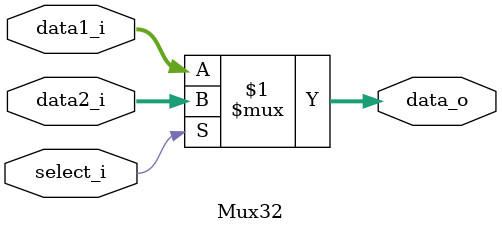
<source format=v>
module Mux32
(
	data1_i,
    data2_i,
    select_i,
    data_o
);

input  [31:0] data1_i, data2_i;
input  	      select_i;
output [31:0] data_o;

assign data_o = (select_i)? data2_i : data1_i;

endmodule
</source>
